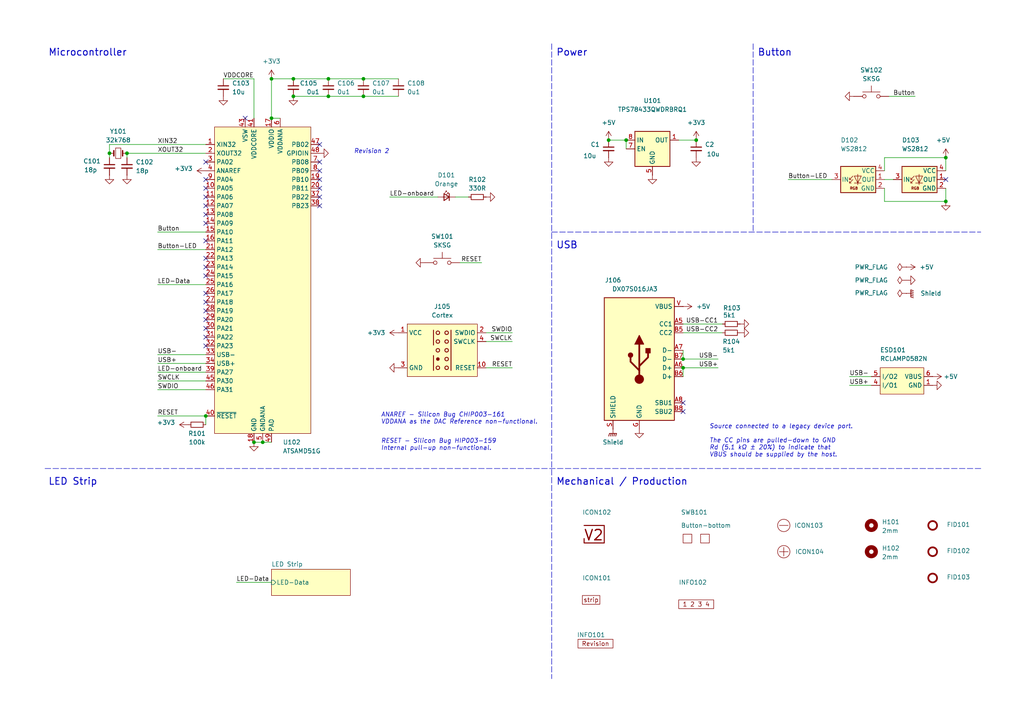
<source format=kicad_sch>
(kicad_sch (version 20250114) (generator "eeschema") (generator_version "9.0")
  (paper "A4")
  (title_block (title "V2 strip") (date "2026-02-11") (rev "2026-02-11") (company "Versio Duo") (comment 1 "WS2812 LED Strip Adapter"))
  (lib_symbols
    (symbol "V2_Artwork:Board_strip" (in_bom no)
      (property "Reference" "ICON" (at 0 2.54 0))
      (symbol "Board_strip_0_0"
        (rectangle (start -11.43 7.62) (end -11.43 7.62))
        (rectangle (start 2.54 -1.27) (end -2.54 1.27))
        (text "strip" (at 0 0 0) (effects (font (size 1.27 1.27))))
      )
    )
    (symbol "V2_Artwork:Minus" (in_bom no)
      (property "Reference" "ICON" (at -2.54 2.54 0))
      (symbol "Minus_0_1"
        (polyline (pts (xy -1.27 0) (xy 1.27 0)))
        (circle (center 0 0) (radius 1.7961))
      )
    )
    (symbol "V2_Artwork:Plus" (in_bom no)
      (property "Reference" "ICON" (at -2.54 2.54 0))
      (symbol "Plus_0_1"
        (polyline (pts (xy -1.27 0) (xy 1.27 0)))
        (polyline (pts (xy 0 1.27) (xy 0 -1.27)))
        (circle (center 0 0) (radius 1.7961))
      )
    )
    (symbol "V2_Artwork:V2-logo" (in_bom no)
      (property "Reference" "ICON" (at -3.302 3.81 0))
      (symbol "V2-logo_1_0"
        (polyline (pts (xy -3.302 2.54) (xy 2.54 2.54) (xy 2.54 -2.54) (xy -3.302 -2.54) (xy -3.302 -1.27)) (stroke (width 0.3)))
      )
      (symbol "V2-logo_1_1"
        (text "V2" (at -0.508 -0.254 0) (effects (font (size 3 3) (thickness 0.375))))
      )
    )
    (symbol "V2_Capacitor:0603_0u1" (pin_numbers (hide yes)) (pin_names (offset 0.254) (hide yes))
      (property "Reference" "C" (at 1.778 1.524 0))
      (property "Value" "0u1" (at 1.778 -2.032 0))
      (symbol "0603_0u1_0_1"
        (polyline (pts (xy -1.524 0.508) (xy 1.524 0.508)) (stroke (width 0.3048)))
        (polyline (pts (xy -1.524 -0.508) (xy 1.524 -0.508)) (stroke (width 0.3302)))
      )
      (symbol "0603_0u1_1_1"
        (pin passive line (at 0 2.54 270) (length 2.032) (name "~") (number "1"))
        (pin passive line (at 0 -2.54 90) (length 2.032) (name "~") (number "2"))
      )
    )
    (symbol "V2_Capacitor:0603_10u" (pin_numbers (hide yes)) (pin_names (offset 0.254) (hide yes))
      (property "Reference" "C" (at 1.524 1.778 0))
      (property "Value" "10u" (at 1.524 -2.032 0))
      (symbol "0603_10u_0_1"
        (polyline (pts (xy -1.524 0.508) (xy 1.524 0.508)) (stroke (width 0.3048)))
        (polyline (pts (xy -1.524 -0.508) (xy 1.524 -0.508)) (stroke (width 0.3302)))
      )
      (symbol "0603_10u_1_1"
        (pin passive line (at 0 2.54 270) (length 2.032) (name "~") (number "1"))
        (pin passive line (at 0 -2.54 90) (length 2.032) (name "~") (number "2"))
      )
    )
    (symbol "V2_Capacitor:0603_18p" (pin_numbers (hide yes)) (pin_names (offset 0.254) (hide yes))
      (property "Reference" "C" (at 1.524 1.778 0))
      (property "Value" "18p" (at 1.524 -2.032 0))
      (symbol "0603_18p_0_1"
        (polyline (pts (xy -1.524 0.508) (xy 1.524 0.508)) (stroke (width 0.3048)))
        (polyline (pts (xy -1.524 -0.508) (xy 1.524 -0.508)) (stroke (width 0.3302)))
      )
      (symbol "0603_18p_1_1"
        (pin passive line (at 0 2.54 270) (length 2.032) (name "~") (number "1"))
        (pin passive line (at 0 -2.54 90) (length 2.032) (name "~") (number "2"))
      )
    )
    (symbol "V2_Capacitor:0805_10u" (pin_numbers (hide yes)) (pin_names (offset 0.254) (hide yes))
      (property "Reference" "C" (at 1.524 1.778 0))
      (property "Value" "10u" (at 1.524 -2.032 0))
      (symbol "0805_10u_0_1"
        (polyline (pts (xy -1.524 0.508) (xy 1.524 0.508)) (stroke (width 0.3048)))
        (polyline (pts (xy -1.524 -0.508) (xy 1.524 -0.508)) (stroke (width 0.3302)))
      )
      (symbol "0805_10u_1_1"
        (pin passive line (at 0 2.54 270) (length 2.032) (name "~") (number "1"))
        (pin passive line (at 0 -2.54 90) (length 2.032) (name "~") (number "2"))
      )
    )
    (symbol "V2_Connector_Debug:Cortex" (in_bom no)
      (property "Reference" "J" (at -8.89 11.43 0))
      (property "Value" "Cortex" (at -8.89 8.89 0))
      (symbol "Cortex_1_0"
        (polyline (pts (xy -1.27 5.842) (xy -1.27 1.524)) (stroke (width 0.254)))
        (polyline (pts (xy -1.27 -1.524) (xy -1.27 -5.842)) (stroke (width 0.254)))
        (circle (center 0 5.08) (radius 0.508) (stroke (width 0.254)))
        (circle (center 0 2.54) (radius 0.508) (stroke (width 0.254)))
        (circle (center 0 0) (radius 0.508) (stroke (width 0.254)))
        (circle (center 0 -2.54) (radius 0.508) (stroke (width -0.0001)) (fill (type outline)))
        (circle (center 0 -5.08) (radius 0.508) (stroke (width 0.254)))
        (circle (center 2.54 5.08) (radius 0.508) (stroke (width 0.254)))
        (circle (center 2.54 2.54) (radius 0.508) (stroke (width 0.254)))
        (circle (center 2.54 0) (radius 0.508) (stroke (width 0.254)))
        (circle (center 2.54 -2.54) (radius 0.508) (stroke (width 0.254)))
        (circle (center 2.54 -5.08) (radius 0.508) (stroke (width 0.254)))
        (polyline (pts (xy 3.81 -5.842) (xy 3.81 5.842)) (stroke (width 0.254)))
        (pin power_in line (at -11.43 5.08 0) (length 2.54) (name "VCC") (number "1"))
        (pin power_in line (at -11.43 -5.08 0) (length 2.54) (name "GND") (number "3"))
        (pin passive line (at -11.43 -5.08 0) (length 2.54) (hide yes) (name "GND") (number "5"))
        (pin bidirectional line (at 13.97 5.08 180) (length 2.54) (name "SWDIO") (number "2"))
        (pin input line (at 13.97 2.54 180) (length 2.54) (name "SWCLK") (number "4"))
        (pin input line (at 13.97 -5.08 180) (length 2.54) (name "RESET") (number "10"))
      )
      (symbol "Cortex_1_1"
        (rectangle (start -8.89 7.62) (end 11.43 -7.62) (fill (type background)))
      )
    )
    (symbol "V2_Connector_USB:JAE_DX07S016JA3"
      (property "Reference" "J" (at -10.16 22.86 0))
      (property "Value" "DX07S016JA3" (at -10.16 20.5 0))
      (symbol "JAE_DX07S016JA3_0_1"
        (rectangle (start -10.16 17.78) (end 10.16 -17.78) (stroke (width 0.254)) (fill (type background)))
        (circle (center -2.54 1.143) (radius 0.635) (stroke (width 0.254)) (fill (type outline)))
        (polyline (pts (xy -1.27 4.318) (xy 0 6.858) (xy 1.27 4.318) (xy -1.27 4.318)) (stroke (width 0.254)) (fill (type outline)))
        (polyline (pts (xy 0 -2.032) (xy 2.54 0.508) (xy 2.54 1.778)) (stroke (width 0.508)))
        (polyline (pts (xy 0 -3.302) (xy -2.54 -0.762) (xy -2.54 0.508)) (stroke (width 0.508)))
        (polyline (pts (xy 0 -5.842) (xy 0 4.318)) (stroke (width 0.508)))
        (circle (center 0 -5.842) (radius 1.27) (fill (type outline)))
        (rectangle (start 1.905 1.778) (end 3.175 3.048) (stroke (width 0.254)) (fill (type outline)))
      )
      (symbol "JAE_DX07S016JA3_1_1"
        (pin passive line (at -7.62 -20.32 90) (length 2.54) (name "SHIELD") (number "S"))
        (pin passive line (at 0 -20.32 90) (length 2.54) (name "GND") (number "G"))
        (pin passive line (at 12.7 15.24 180) (length 2.54) (name "VBUS") (number "V"))
        (pin bidirectional line (at 12.7 10.16 180) (length 2.54) (name "CC1") (number "A5"))
        (pin bidirectional line (at 12.7 7.62 180) (length 2.54) (name "CC2") (number "B5"))
        (pin bidirectional line (at 12.7 2.54 180) (length 2.54) (name "D-") (number "A7"))
        (pin bidirectional line (at 12.7 0 180) (length 2.54) (name "D-") (number "B7"))
        (pin bidirectional line (at 12.7 -2.54 180) (length 2.54) (name "D+") (number "A6"))
        (pin bidirectional line (at 12.7 -5.08 180) (length 2.54) (name "D+") (number "B6"))
        (pin bidirectional line (at 12.7 -12.7 180) (length 2.54) (name "SBU1") (number "A8"))
        (pin bidirectional line (at 12.7 -15.24 180) (length 2.54) (name "SBU2") (number "B8"))
      )
    )
    (symbol "V2_Crystal:3.2x1.5_32k768" (pin_numbers (hide yes)) (pin_names (offset 1.016) (hide yes))
      (property "Reference" "Y" (at 0 2.54 0))
      (property "Value" "32k768" (at 0 -3.81 0))
      (symbol "3.2x1.5_32k768_0_1"
        (polyline (pts (xy -1.27 -0.762) (xy -1.27 0.762)) (stroke (width 0.381)))
        (rectangle (start -0.762 -1.524) (end 0.762 1.524))
        (polyline (pts (xy 1.27 -0.762) (xy 1.27 0.762)) (stroke (width 0.381)))
      )
      (symbol "3.2x1.5_32k768_1_1"
        (pin passive line (at -2.54 0 0) (length 1.27) (name "1") (number "1"))
        (pin passive line (at 2.54 0 180) (length 1.27) (name "2") (number "2"))
      )
    )
    (symbol "V2_ESD_Suppressor:RCLAMP0582N"
      (property "Reference" "ESD" (at -6.35 6.35 0))
      (property "Value" "RCLAMP0582N" (at -6.35 3.81 0))
      (symbol "RCLAMP0582N_0_1"
        (rectangle (start -6.35 2.54) (end 6.35 -5.08) (fill (type background)))
      )
      (symbol "RCLAMP0582N_1_0"
        (pin bidirectional line (at -8.89 0 0) (length 2.54) (name "I/O2") (number "5"))
        (pin bidirectional line (at -8.89 -2.54 0) (length 2.54) (name "I/O1") (number "4"))
        (pin no_connect line (at 2.54 -10.16 0) (length 2.54) (hide yes) (name "") (number "3"))
        (pin power_in line (at 8.89 0 180) (length 2.54) (name "VBUS") (number "6"))
        (pin power_in line (at 8.89 -2.54 180) (length 2.54) (name "GND") (number "1"))
      )
      (symbol "RCLAMP0582N_1_1"
        (pin no_connect line (at 2.54 -7.62 0) (length 2.54) (hide yes) (name "") (number "2"))
      )
    )
    (symbol "V2_LED:0603_Orange" (pin_numbers (hide yes)) (pin_names (offset 0.254) (hide yes))
      (property "Reference" "D" (at 0 5.588 0))
      (property "Value" "Orange" (at 0 3.556 0))
      (symbol "0603_Orange_0_1"
        (polyline (pts (xy -0.762 -1.016) (xy -0.762 1.016)) (stroke (width 0.254)))
        (polyline (pts (xy 0 0.762) (xy -0.508 1.27) (xy -0.254 1.27) (xy -0.508 1.27) (xy -0.508 1.016)))
        (polyline (pts (xy 0.508 1.27) (xy 0 1.778) (xy 0.254 1.778) (xy 0 1.778) (xy 0 1.524)))
        (polyline (pts (xy 0.762 -1.016) (xy -0.762 0) (xy 0.762 1.016) (xy 0.762 -1.016)) (stroke (width 0.254)))
        (polyline (pts (xy 1.016 0) (xy -0.762 0)))
      )
      (symbol "0603_Orange_1_1"
        (pin passive line (at -2.54 0 0) (length 1.778) (name "K") (number "1"))
        (pin passive line (at 2.54 0 180) (length 1.778) (name "A") (number "2"))
      )
    )
    (symbol "V2_LED:WS2812" (pin_names (offset 0.254))
      (property "Reference" "D3" (at 0 10.414 0))
      (property "Value" "WS2812" (at 0 7.874 0))
      (symbol "WS2812_0_0"
        (text "RGB" (at -1.27 -1.27 0) (effects (font (size 0.762 0.762))))
      )
      (symbol "WS2812_0_1"
        (rectangle (start -5.08 5.08) (end 5.08 -2.54) (stroke (width 0.254)) (fill (type background)))
        (polyline (pts (xy -2.54 1.27) (xy -2.032 1.27)))
        (polyline (pts (xy -2.54 0.254) (xy -2.032 0.254)))
        (polyline (pts (xy -1.524 2.286) (xy -2.54 1.27) (xy -2.54 1.778)))
        (polyline (pts (xy -1.524 1.27) (xy -2.54 0.254) (xy -2.54 0.762)))
        (polyline (pts (xy -0.127 2.794) (xy -0.127 0.254) (xy -0.127 -0.254)))
        (polyline (pts (xy 0.889 2.286) (xy -1.143 2.286) (xy -0.127 0.254) (xy 0.889 2.286)))
        (polyline (pts (xy 0.889 0.254) (xy -1.143 0.254)))
      )
      (symbol "WS2812_1_1"
        (pin input line (at -7.62 1.27 0) (length 2.54) (name "IN") (number "3"))
        (pin power_in line (at 7.62 3.81 180) (length 2.54) (name "VCC") (number "4"))
        (pin output line (at 7.62 1.27 180) (length 2.54) (name "OUT") (number "1"))
        (pin power_in line (at 7.62 -1.27 180) (length 2.54) (name "GND") (number "2"))
      )
    )
    (symbol "V2_MCU_Microchip_SAMD:ATSAMD51G"
      (property "Reference" "U" (at 8.8392 -47.2948 0))
      (property "Value" "ATSAMD51G" (at 13.8684 -51.8668 0))
      (symbol "ATSAMD51G_0_1"
        (rectangle (start -13.97 44.45) (end 13.97 -44.45) (fill (type background)))
      )
      (symbol "ATSAMD51G_1_1"
        (pin bidirectional line (at -16.51 39.37 0) (length 2.54) (name "PA00") (number "1") (alternate "XIN32" input line))
        (pin bidirectional line (at -16.51 36.83 0) (length 2.54) (name "PA01") (number "2") (alternate "XOUT32" output line))
        (pin bidirectional line (at -16.51 34.29 0) (length 2.54) (name "PA02") (number "3"))
        (pin bidirectional line (at -16.51 31.75 0) (length 2.54) (name "PA03") (number "4") (alternate "ANAREF" input line))
        (pin bidirectional line (at -16.51 29.21 0) (length 2.54) (name "PA04") (number "9"))
        (pin bidirectional line (at -16.51 26.67 0) (length 2.54) (name "PA05") (number "10"))
        (pin bidirectional line (at -16.51 24.13 0) (length 2.54) (name "PA06") (number "11"))
        (pin bidirectional line (at -16.51 21.59 0) (length 2.54) (name "PA07") (number "12"))
        (pin bidirectional line (at -16.51 19.05 0) (length 2.54) (name "PA08") (number "13"))
        (pin bidirectional line (at -16.51 16.51 0) (length 2.54) (name "PA09") (number "14"))
        (pin bidirectional line (at -16.51 13.97 0) (length 2.54) (name "PA10") (number "15"))
        (pin bidirectional line (at -16.51 11.43 0) (length 2.54) (name "PA11") (number "16"))
        (pin bidirectional line (at -16.51 8.89 0) (length 2.54) (name "PA12") (number "21"))
        (pin bidirectional line (at -16.51 6.35 0) (length 2.54) (name "PA13") (number "22"))
        (pin bidirectional line (at -16.51 3.81 0) (length 2.54) (name "PA14") (number "23"))
        (pin bidirectional line (at -16.51 1.27 0) (length 2.54) (name "PA15") (number "24"))
        (pin bidirectional line (at -16.51 -1.27 0) (length 2.54) (name "PA16") (number "25"))
        (pin bidirectional line (at -16.51 -3.81 0) (length 2.54) (name "PA17") (number "26"))
        (pin bidirectional line (at -16.51 -6.35 0) (length 2.54) (name "PA18") (number "27"))
        (pin bidirectional line (at -16.51 -8.89 0) (length 2.54) (name "PA19") (number "28"))
        (pin bidirectional line (at -16.51 -11.43 0) (length 2.54) (name "PA20") (number "29"))
        (pin bidirectional line (at -16.51 -13.97 0) (length 2.54) (name "PA21") (number "30"))
        (pin bidirectional line (at -16.51 -16.51 0) (length 2.54) (name "PA22") (number "31"))
        (pin bidirectional line (at -16.51 -19.05 0) (length 2.54) (name "PA23") (number "32"))
        (pin bidirectional line (at -16.51 -21.59 0) (length 2.54) (name "PA24") (number "33") (alternate "USB-" bidirectional line))
        (pin bidirectional line (at -16.51 -24.13 0) (length 2.54) (name "PA25") (number "34") (alternate "USB+" bidirectional line))
        (pin bidirectional line (at -16.51 -26.67 0) (length 2.54) (name "PA27") (number "39"))
        (pin bidirectional line (at -16.51 -29.21 0) (length 2.54) (name "PA30") (number "45"))
        (pin bidirectional line (at -16.51 -31.75 0) (length 2.54) (name "PA31") (number "46"))
        (pin input line (at -16.51 -39.37 0) (length 2.54) (name "~{RESET}") (number "40"))
        (pin power_in line (at -5.08 46.99 270) (length 2.54) (name "VSW") (number "43"))
        (pin power_out line (at -2.54 46.99 270) (length 2.54) (name "VDDCORE") (number "41"))
        (pin power_in line (at -2.54 -46.99 90) (length 2.54) (name "GND") (number "18"))
        (pin passive line (at -2.54 -46.99 90) (length 2.54) (hide yes) (name "GND") (number "35"))
        (pin passive line (at -2.54 -46.99 90) (length 2.54) (hide yes) (name "GND") (number "42"))
        (pin power_in line (at 0 -46.99 90) (length 2.54) (name "GNDANA") (number "5"))
        (pin power_in line (at 2.54 46.99 270) (length 2.54) (name "VDDIO") (number "17"))
        (pin passive line (at 2.54 46.99 270) (length 2.54) (hide yes) (name "VDDIO") (number "36"))
        (pin passive line (at 2.54 46.99 270) (length 2.54) (hide yes) (name "VDDIO") (number "44"))
        (pin power_in line (at 2.54 -46.99 90) (length 2.54) (name "PAD") (number "49"))
        (pin power_in line (at 5.08 46.99 270) (length 2.54) (name "VDDANA") (number "6"))
        (pin bidirectional line (at 16.51 39.37 180) (length 2.54) (name "PB02") (number "47"))
        (pin bidirectional line (at 16.51 36.83 180) (length 2.54) (name "PB03") (number "48") (alternate "GPIOIN" input line))
        (pin bidirectional line (at 16.51 34.29 180) (length 2.54) (name "PB08") (number "7"))
        (pin bidirectional line (at 16.51 31.75 180) (length 2.54) (name "PB09") (number "8"))
        (pin bidirectional line (at 16.51 29.21 180) (length 2.54) (name "PB10") (number "19"))
        (pin bidirectional line (at 16.51 26.67 180) (length 2.54) (name "PB11") (number "20"))
        (pin bidirectional line (at 16.51 24.13 180) (length 2.54) (name "PB22") (number "37"))
        (pin bidirectional line (at 16.51 21.59 180) (length 2.54) (name "PB23") (number "38"))
      )
    )
    (symbol "V2_Mechanical:Fiducial_Paste" (in_bom no)
      (property "Reference" "FID" (at 5.08 0 0))
      (symbol "Fiducial_Paste_0_1"
        (circle (center 0 0) (radius 1.27) (stroke (width 0.508)))
      )
    )
    (symbol "V2_Mechanical:MountingHole_2mm" (pin_names (offset 1.016)) (in_bom no)
      (property "Reference" "H" (at 0 5.08 0))
      (property "Value" "2mm" (at 0 3.175 0))
      (symbol "MountingHole_2mm_0_1"
        (circle (center 0 0) (radius 1.27) (stroke (width 1.27)))
      )
    )
    (symbol "V2_PCB_Devices:Button-bottom" (in_bom no)
      (property "Reference" "SWB1" (at -2.54 3.81 0))
      (property "Value" "Button-bottom" (at -6.35 -3.81 0))
      (symbol "Button-bottom_0_1"
        (rectangle (start -3.81 1.27) (end -1.27 -1.27))
        (rectangle (start 1.27 1.27) (end 3.81 -1.27))
      )
    )
    (symbol "V2_Production:Layer_Numbers" (in_bom no)
      (property "Reference" "INFO" (at 0 3.81 0))
      (symbol "Layer_Numbers_0_0"
        (text "1 2 3 4" (at 0 0 0) (effects (font (size 1.27 1.27))))
      )
      (symbol "Layer_Numbers_0_1"
        (rectangle (start -5.08 1.27) (end 5.08 -1.27))
      )
    )
    (symbol "V2_Production:Revision" (in_bom no)
      (property "Reference" "INFO" (at 0 2.54 0))
      (symbol "Revision_0_1"
        (rectangle (start -5.08 1.27) (end 5.08 -1.27))
      )
      (symbol "Revision_1_1"
        (text "Revision" (at 0 0 0) (effects (font (size 1.27 1.27))))
      )
    )
    (symbol "V2_Regulator_Linear:TPS78433QWDRBRQ1"
      (property "Reference" "U" (at -5.08 10.16 0))
      (property "Value" "TPS78433QWDRBRQ1" (at -5.08 7.62 0))
      (symbol "TPS78433QWDRBRQ1_0_1"
        (rectangle (start -5.08 -5.08) (end 5.08 5.08) (stroke (width 0.254)) (fill (type background)))
        (pin power_in line (at -7.62 2.54 0) (length 2.54) (name "IN") (number "8"))
        (pin input line (at -7.62 0 0) (length 2.54) (name "EN") (number "7"))
        (pin power_in line (at 0 -7.62 90) (length 2.54) (name "GND") (number "5"))
        (pin no_connect line (at 0 -19.05 180) (length 2.54) (hide yes) (name "") (number "2"))
        (pin no_connect line (at 0 -21.59 180) (length 2.54) (hide yes) (name "") (number "3"))
        (pin no_connect line (at 0 -24.13 180) (length 2.54) (hide yes) (name "") (number "4"))
        (pin no_connect line (at 0 -26.67 180) (length 2.54) (hide yes) (name "") (number "6"))
        (pin power_out line (at 7.62 2.54 180) (length 2.54) (name "OUT") (number "1"))
      )
      (symbol "TPS78433QWDRBRQ1_1_1"
        (pin passive line (at 0 -7.62 90) (length 2.54) (hide yes) (name "GND") (number "9"))
      )
    )
    (symbol "V2_Resistor:0603_100k" (pin_numbers (hide yes)) (pin_names (offset 0.254) (hide yes))
      (property "Reference" "R" (at 2.032 1.27 0))
      (property "Value" "100k" (at 3.81 -1.27 0))
      (symbol "0603_100k_0_1"
        (rectangle (start -0.762 1.778) (end 0.762 -1.778) (stroke (width 0.2032)))
      )
      (symbol "0603_100k_1_1"
        (pin passive line (at 0 2.54 270) (length 0.762) (name "~") (number "1"))
        (pin passive line (at 0 -2.54 90) (length 0.762) (name "~") (number "2"))
      )
    )
    (symbol "V2_Resistor:0603_330R" (pin_numbers (hide yes)) (pin_names (offset 0.254) (hide yes))
      (property "Reference" "R" (at 2.032 1.27 0))
      (property "Value" "330R" (at 4.064 -1.27 0))
      (symbol "0603_330R_0_1"
        (rectangle (start -0.762 1.778) (end 0.762 -1.778) (stroke (width 0.2032)))
      )
      (symbol "0603_330R_1_1"
        (pin passive line (at 0 2.54 270) (length 0.762) (name "~") (number "1"))
        (pin passive line (at 0 -2.54 90) (length 0.762) (name "~") (number "2"))
      )
    )
    (symbol "V2_Resistor:0603_5k1" (pin_numbers (hide yes)) (pin_names (offset 0.254) (hide yes))
      (property "Reference" "R" (at 2.032 1.27 0))
      (property "Value" "5k1" (at 3.302 -1.27 0))
      (symbol "0603_5k1_0_1"
        (rectangle (start -0.762 1.778) (end 0.762 -1.778) (stroke (width 0.2032)))
      )
      (symbol "0603_5k1_1_1"
        (pin passive line (at 0 2.54 270) (length 0.762) (name "~") (number "1"))
        (pin passive line (at 0 -2.54 90) (length 0.762) (name "~") (number "2"))
      )
    )
    (symbol "V2_Switch:SKSG" (pin_numbers (hide yes)) (pin_names (offset 1.016) (hide yes))
      (property "Reference" "SW" (at 0 7.62 0))
      (property "Value" "SKSG" (at 0 5.08 0))
      (symbol "SKSG_0_1"
        (circle (center -2.032 0) (radius 0.508))
        (polyline (pts (xy 0 1.27) (xy 0 3.048)))
        (circle (center 2.032 0) (radius 0.508))
        (polyline (pts (xy 2.54 1.27) (xy -2.54 1.27)))
        (pin passive line (at -5.08 0 0) (length 2.54) (name "1") (number "1"))
        (pin passive line (at 5.08 0 180) (length 2.54) (name "2") (number "2"))
      )
    )
    (symbol "V2_power:+3V3" (power) (pin_numbers (hide yes)) (pin_names (offset 0) (hide yes))
      (property "Value" "+3V3" (at 0 5.08 0))
      (symbol "+3V3_0_1"
        (polyline (pts (xy -0.762 1.27) (xy 0 2.54)))
        (polyline (pts (xy 0 2.54) (xy 0.762 1.27)))
        (polyline (pts (xy 0 0) (xy 0 2.54)))
      )
      (symbol "+3V3_1_1"
        (pin power_in line (at 0 0 90) (length 0) (name "~") (number "1"))
      )
    )
    (symbol "V2_power:+5V" (power) (pin_numbers (hide yes)) (pin_names (offset 0) (hide yes))
      (property "Value" "+5V" (at 0 5.08 0))
      (symbol "+5V_0_1"
        (polyline (pts (xy -0.762 1.27) (xy 0 2.54)))
        (polyline (pts (xy 0 2.54) (xy 0.762 1.27)))
        (polyline (pts (xy 0 0) (xy 0 2.54)))
      )
      (symbol "+5V_1_1"
        (pin power_in line (at 0 0 90) (length 0) (name "~") (number "1"))
      )
    )
    (symbol "V2_power:GND" (power) (pin_numbers (hide yes)) (pin_names (offset 0) (hide yes))
      (symbol "GND_0_1"
        (polyline (pts (xy 0 0) (xy 0 -1.27) (xy 1.27 -1.27) (xy 0 -2.54) (xy -1.27 -1.27) (xy 0 -1.27)))
      )
      (symbol "GND_1_1"
        (pin power_in line (at 0 0 270) (length 0) (name "~") (number "1"))
      )
    )
    (symbol "V2_power:PWR_FLAG" (power) (pin_numbers (hide yes)) (pin_names (offset 0) (hide yes))
      (property "Value" "PWR_FLAG" (at -8.89 0 0))
      (symbol "PWR_FLAG_0_0"
        (pin power_out line (at 0 0 180) (length 0) (name "~") (number "1"))
      )
      (symbol "PWR_FLAG_0_1"
        (polyline (pts (xy 0 0) (xy -1.27 0) (xy -1.905 -1.016) (xy -2.54 0) (xy -1.905 1.016) (xy -1.27 0)))
      )
    )
    (symbol "V2_power:Shield" (power) (pin_numbers (hide yes)) (pin_names (offset 0) (hide yes))
      (property "Value" "Shield" (at 0 -5.08 0))
      (symbol "Shield_0_1"
        (polyline (pts (xy -1.016 -1.27) (xy -1.27 -2.032) (xy -1.27 -2.032)) (stroke (width 0.2032)))
        (polyline (pts (xy -0.508 -1.27) (xy -0.762 -2.032) (xy -0.762 -2.032)) (stroke (width 0.2032)))
        (polyline (pts (xy 0 -1.27) (xy 0 0)))
        (polyline (pts (xy 0 -1.27) (xy -0.254 -2.032) (xy -0.254 -2.032)) (stroke (width 0.2032)))
        (polyline (pts (xy 0.508 -1.27) (xy 0.254 -2.032) (xy 0.254 -2.032)) (stroke (width 0.2032)))
        (polyline (pts (xy 1.016 -1.27) (xy -1.016 -1.27) (xy -1.016 -1.27)) (stroke (width 0.2032)))
        (polyline (pts (xy 1.016 -1.27) (xy 0.762 -2.032) (xy 0.762 -2.032) (xy 0.762 -2.032)) (stroke (width 0.2032)))
      )
      (symbol "Shield_1_1"
        (pin power_in line (at 0 0 270) (length 0) (name "~") (number "1"))
      )
    )
  )
  (text "ANAREF - ﻿Silicon Bug CHIP003-161\nVDDANA as the DAC Reference non-functional." (at 110.49 123.19 0) (effects (font (size 1.27 1.27) (italic yes)) (justify left bottom)))
  (text "RESET - ﻿Silicon Bug HIP003-159\nInternal pull-up non-functional." (at 110.49 130.81 0) (effects (font (size 1.27 1.27) (italic yes)) (justify left bottom)))
  (text "﻿Source connected to a legacy device port.\n\nThe CC pins are pulled-down to GND\nRd (5.1 kΩ ± 20%) to indicate that\nVBUS should be supplied by the host. " (at 205.74 132.715 0) (effects (font (size 1.27 1.27) (italic yes)) (justify left bottom)))
  (text "Button" (at 219.71 16.51 0) (effects (font (size 2 2) (thickness 0.254) (bold yes)) (justify left bottom)))
  (text "Revision 2" (at 102.6333 44.7318 0) (effects (font (size 1.27 1.27) (italic yes)) (justify left bottom)))
  (text "Power" (at 161.29 16.51 0) (effects (font (size 2 2) (thickness 0.254) (bold yes)) (justify left bottom)))
  (text "Mechanical / Production" (at 161.29 140.97 0) (effects (font (size 2 2) (thickness 0.254) (bold yes)) (justify left bottom)))
  (text "Microcontroller" (at 13.97 16.51 0) (effects (font (size 2 2) (thickness 0.254) (bold yes)) (justify left bottom)))
  (text "USB" (at 161.29 72.39 0) (effects (font (size 2 2) (thickness 0.254) (bold yes)) (justify left bottom)))
  (text "LED Strip" (at 13.97 140.97 0) (effects (font (size 2 2) (thickness 0.254) (bold yes)) (justify left bottom)))
  (junction (at 201.93 40.64))
  (junction (at 95.25 22.86))
  (junction (at 198.12 106.68))
  (junction (at 73.66 128.27))
  (junction (at 274.32 58.42))
  (junction (at 85.09 27.94))
  (junction (at 85.09 22.86))
  (junction (at 105.41 27.94))
  (junction (at 181.61 40.64))
  (junction (at 36.83 44.45))
  (junction (at 105.41 22.86))
  (junction (at 95.25 27.94))
  (junction (at 198.12 104.14))
  (junction (at 78.74 22.86))
  (junction (at 176.53 40.64))
  (junction (at 76.2 128.27))
  (junction (at 31.75 44.45))
  (junction (at 274.32 45.72))
  (junction (at 59.69 120.65))
  (junction (at 78.74 34.29))
  (no_connect (at 274.32 52.07))
  (no_connect (at 198.12 116.84))
  (no_connect (at 198.12 119.38))
  (no_connect (at 59.69 54.61))
  (no_connect (at 59.69 57.15))
  (no_connect (at 59.69 59.69))
  (no_connect (at 59.69 62.23))
  (no_connect (at 59.69 64.77))
  (no_connect (at 59.69 69.85))
  (no_connect (at 59.69 52.07))
  (no_connect (at 59.69 46.99))
  (no_connect (at 59.69 85.09))
  (no_connect (at 59.69 80.01))
  (no_connect (at 59.69 77.47))
  (no_connect (at 59.69 74.93))
  (no_connect (at 59.69 87.63))
  (no_connect (at 92.71 52.07))
  (no_connect (at 92.71 54.61))
  (no_connect (at 92.71 59.69))
  (no_connect (at 92.71 57.15))
  (no_connect (at 92.71 49.53))
  (no_connect (at 92.71 46.99))
  (no_connect (at 92.71 41.91))
  (no_connect (at 71.12 34.29))
  (no_connect (at 59.69 90.17))
  (no_connect (at 59.69 97.79))
  (no_connect (at 59.69 95.25))
  (no_connect (at 59.69 92.71))
  (no_connect (at 59.69 100.33))
  (wire (pts (xy 45.72 113.03) (xy 59.69 113.03)))
  (wire (pts (xy 135.89 57.15) (xy 132.08 57.15)))
  (wire (pts (xy 246.38 109.22) (xy 252.73 109.22)))
  (wire (pts (xy 256.54 49.53) (xy 256.54 45.72)))
  (wire (pts (xy 198.12 101.6) (xy 198.12 104.14)))
  (wire (pts (xy 256.54 52.07) (xy 259.08 52.07)))
  (wire (pts (xy 78.74 22.86) (xy 85.09 22.86)))
  (wire (pts (xy 45.72 82.55) (xy 59.69 82.55)))
  (wire (pts (xy 256.54 45.72) (xy 274.32 45.72)))
  (wire (pts (xy 198.12 96.52) (xy 209.55 96.52)))
  (polyline (pts (xy 284.48 135.89) (xy 12.7 135.89)) (stroke (width 0) (type dash)))
  (wire (pts (xy 31.75 44.45) (xy 31.75 45.72)))
  (wire (pts (xy 140.97 106.68) (xy 148.59 106.68)))
  (wire (pts (xy 181.61 40.64) (xy 181.61 43.18)))
  (wire (pts (xy 198.12 106.68) (xy 208.28 106.68)))
  (wire (pts (xy 45.72 72.39) (xy 59.69 72.39)))
  (wire (pts (xy 256.54 58.42) (xy 274.32 58.42)))
  (wire (pts (xy 73.66 22.86) (xy 73.66 34.29)))
  (wire (pts (xy 95.25 27.94) (xy 105.41 27.94)))
  (wire (pts (xy 73.66 128.27) (xy 76.2 128.27)))
  (wire (pts (xy 45.72 110.49) (xy 59.69 110.49)))
  (wire (pts (xy 198.12 104.14) (xy 208.28 104.14)))
  (wire (pts (xy 78.74 34.29) (xy 81.28 34.29)))
  (wire (pts (xy 76.2 128.27) (xy 78.74 128.27)))
  (wire (pts (xy 198.12 106.68) (xy 198.12 109.22)))
  (wire (pts (xy 45.72 102.87) (xy 59.69 102.87)))
  (wire (pts (xy 246.38 111.76) (xy 252.73 111.76)))
  (wire (pts (xy 113.03 57.15) (xy 127 57.15)))
  (wire (pts (xy 274.32 54.61) (xy 274.32 58.42)))
  (wire (pts (xy 140.97 96.52) (xy 148.59 96.52)))
  (wire (pts (xy 45.72 107.95) (xy 59.69 107.95)))
  (wire (pts (xy 196.85 40.64) (xy 201.93 40.64)))
  (wire (pts (xy 45.72 120.65) (xy 59.69 120.65)))
  (polyline (pts (xy 160.02 67.31) (xy 284.48 67.31)) (stroke (width 0) (type dash)))
  (wire (pts (xy 45.72 105.41) (xy 59.69 105.41)))
  (wire (pts (xy 228.6 52.07) (xy 241.3 52.07)))
  (wire (pts (xy 85.09 22.86) (xy 95.25 22.86)))
  (wire (pts (xy 85.09 27.94) (xy 95.25 27.94)))
  (wire (pts (xy 78.74 22.86) (xy 78.74 34.29)))
  (wire (pts (xy 68.58 168.91) (xy 78.74 168.91)))
  (wire (pts (xy 45.72 67.31) (xy 59.69 67.31)))
  (polyline (pts (xy 218.44 12.7) (xy 218.44 67.31)) (stroke (width 0) (type dash)))
  (wire (pts (xy 274.32 45.72) (xy 274.32 49.53)))
  (wire (pts (xy 256.54 54.61) (xy 256.54 58.42)))
  (wire (pts (xy 59.69 123.19) (xy 59.69 120.65)))
  (wire (pts (xy 105.41 22.86) (xy 115.57 22.86)))
  (wire (pts (xy 95.25 22.86) (xy 105.41 22.86)))
  (wire (pts (xy 64.77 22.86) (xy 73.66 22.86)))
  (wire (pts (xy 133.35 76.2) (xy 139.7 76.2)))
  (wire (pts (xy 59.69 41.91) (xy 31.75 41.91)))
  (wire (pts (xy 36.83 44.45) (xy 36.83 45.72)))
  (polyline (pts (xy 160.02 12.7) (xy 160.02 196.85)) (stroke (width 0) (type dash)))
  (wire (pts (xy 257.81 27.94) (xy 265.43 27.94)))
  (wire (pts (xy 198.12 93.98) (xy 209.55 93.98)))
  (wire (pts (xy 31.75 41.91) (xy 31.75 44.45)))
  (wire (pts (xy 59.69 44.45) (xy 36.83 44.45)))
  (wire (pts (xy 140.97 99.06) (xy 148.59 99.06)))
  (wire (pts (xy 105.41 27.94) (xy 115.57 27.94)))
  (wire (pts (xy 176.53 40.64) (xy 181.61 40.64)))
  (label "SWCLK" (at 148.59 99.06 180))
  (label "XIN32" (at 45.72 41.91 0))
  (label "LED-onboard" (at 113.03 57.15 0))
  (label "Button" (at 265.43 27.94 180))
  (label "LED-Data" (at 45.72 82.55 0))
  (label "Button-LED" (at 45.72 72.39 0))
  (label "USB-CC1" (at 208.28 93.98 180))
  (label "Button-LED" (at 228.6 52.07 0))
  (label "USB+" (at 45.72 105.41 0))
  (label "RESET" (at 45.72 120.65 0))
  (label "RESET" (at 148.59 106.68 180))
  (label "XOUT32" (at 45.72 44.45 0))
  (label "VDDCORE" (at 64.77 22.86 0))
  (label "RESET" (at 139.7 76.2 180))
  (label "USB-" (at 208.28 104.14 180))
  (label "LED-onboard" (at 45.72 107.95 0))
  (label "USB-" (at 45.72 102.87 0))
  (label "USB-CC2" (at 208.28 96.52 180))
  (label "USB+" (at 208.28 106.68 180))
  (label "LED-Data" (at 68.58 168.91 0))
  (label "SWCLK" (at 45.72 110.49 0))
  (label "SWDIO" (at 45.72 113.03 0))
  (label "Button" (at 45.72 67.31 0))
  (label "USB+" (at 246.38 111.76 0))
  (label "SWDIO" (at 148.59 96.52 180))
  (label "USB-" (at 246.38 109.22 0))
  (symbol (lib_id "V2_Resistor:0603_5k1") (at 212.09 93.98 90) (unit 1)
    (property "Reference" "R103" (at 214.8309 89.3354 90) (effects (justify left)))
    (property "Value" "5k1" (at 213.3599 91.44 90) (effects (justify left)))
    (property "Footprint" "V2_Resistor_SMD:R_0603" (effects (hide yes)))
    (property "Description" "Resistor, small symbol" (effects (hide yes)))
    (property "Mouser" "71-CRCW06035K10FKEAC" (effects (hide yes)))
    (property "Product" "CRCW06035K10FKEAC" (effects (hide yes)))
    (property "Manufacturer" "Vishay" (effects (hide yes)))
    (property "Rating" "100mW" (effects (hide yes)))
  )
  (symbol (lib_id "V2_Capacitor:0603_0u1") (at 115.57 25.4 0) (unit 1)
    (property "Reference" "C108" (at 118.11 24.1362 0) (effects (justify left)))
    (property "Value" "0u1" (at 118.11 26.6762 0) (effects (justify left)))
    (property "Footprint" "V2_Capacitor_SMD:C_0603" (effects (hide yes)))
    (property "Description" "Unpolarized capacitor, small symbol" (effects (hide yes)))
    (property "Mouser" "810-CGA3E2X7R1H104MA" (effects (hide yes)))
    (property "Manufacturer" "TDK" (effects (hide yes)))
    (property "Product" "CGA3E2X7R1H104M080AA" (effects (hide yes)))
    (property "Rating" "50V" (effects (hide yes)))
  )
  (symbol (lib_id "V2_power:GND") (at 274.32 58.42 0) (unit 1)
    (property "Reference" "#PWR134" (effects (hide yes)))
    (property "Value" "GND" (effects (hide yes)))
  )
  (symbol (lib_id "V2_ESD_Suppressor:RCLAMP0582N") (at 261.62 109.22 0) (unit 1)
    (property "Reference" "ESD101" (at 255.27 102.235 0) (effects (justify left bottom)))
    (property "Value" "RCLAMP0582N" (at 255.27 104.775 0) (effects (justify left bottom)))
    (property "Footprint" "V2_ESD_Suppressor:SLP1210N6" (effects (hide yes)))
    (property "Mouser" "947-RCLAMP0582N.TCT" (effects (hide yes)))
    (property "Product" "RCLAMP0582N.TCT" (effects (hide yes)))
    (property "Manufacturer" "Semtech" (effects (hide yes)))
  )
  (symbol (lib_id "V2_Artwork:Minus") (at 227.33 152.4 0) (unit 1) (in_bom no)
    (property "Reference" "ICON103" (at 230.378 152.3999 0) (effects (justify left)))
    (property "Value" "Minus" (effects (hide yes)))
    (property "Footprint" "V2_Artwork:Minus_Small" (effects (hide yes)))
    (property "Sim.Enable" "0" (effects (hide yes)))
  )
  (symbol (lib_id "V2_Production:Layer_Numbers") (at 201.93 175.26 0) (unit 1) (in_bom no)
    (property "Reference" "INFO102" (at 196.85 168.9099 0) (effects (justify left)))
    (property "Value" "Layer_Numbers" (effects (hide yes)))
    (property "Footprint" "V2_Production:Layer_Numbers" (effects (hide yes)))
  )
  (symbol (lib_id "V2_Switch:SKSG") (at 252.73 27.94 0) (unit 1)
    (property "Reference" "SW102" (at 252.73 20.32 0))
    (property "Value" "SKSG" (at 252.73 22.86 0))
    (property "Footprint" "V2_Button_Switch_SMD:SKSG" (effects (hide yes)))
    (property "Description" "Push button switch, generic, two pins" (effects (hide yes)))
    (property "Mouser" "688-SKSGACE010" (effects (hide yes)))
    (property "Manufacturer" "Alps Alpine" (effects (hide yes)))
    (property "Product" "SKSGACE010" (effects (hide yes)))
  )
  (symbol (lib_id "V2_power:GND") (at 92.71 44.45 90) (unit 1)
    (property "Reference" "#PWR113" (effects (hide yes)))
    (property "Value" "GND" (effects (hide yes)))
  )
  (symbol (lib_id "V2_power:GND") (at 214.63 96.52 90) (unit 1)
    (property "Reference" "#PWR126" (effects (hide yes)))
    (property "Value" "GND" (effects (hide yes)))
  )
  (symbol (lib_id "V2_power:GND") (at 214.63 93.98 90) (unit 1)
    (property "Reference" "#PWR125" (effects (hide yes)))
    (property "Value" "GND" (effects (hide yes)))
  )
  (symbol (lib_id "V2_power:GND") (at 73.66 128.27 0) (unit 1)
    (property "Reference" "#PWR110" (effects (hide yes)))
    (property "Value" "GND" (effects (hide yes)))
  )
  (symbol (lib_id "V2_power:+5V") (at 270.51 109.22 270) (unit 1)
    (property "Reference" "#PWR130" (effects (hide yes)))
    (property "Value" "+5V" (at 273.685 109.2199 90) (effects (justify left)))
  )
  (symbol (lib_id "V2_LED:0603_Orange") (at 129.54 57.15 0) (mirror y) (unit 1)
    (property "Reference" "D101" (at 129.4765 50.8 0))
    (property "Value" "Orange" (at 129.4765 53.34 0))
    (property "Footprint" "V2_LED:LED_0603" (effects (hide yes)))
    (property "Description" "Light emitting diode, small symbol" (effects (hide yes)))
    (property "Sim.Pins" "1=K 2=A" (effects (hide yes)))
    (property "Mouser" "755-SML-D12D1WT86" (effects (hide yes)))
    (property "Product" "SML-D12D1WT86" (effects (hide yes)))
    (property "Manufacturer" "ROHM Semiconductor " (effects (hide yes)))
  )
  (symbol (lib_id "V2_power:GND") (at 64.77 27.94 0) (unit 1)
    (property "Reference" "#PWR107" (effects (hide yes)))
    (property "Value" "GND" (effects (hide yes)))
  )
  (symbol (lib_id "V2_LED:WS2812") (at 248.92 53.34 0) (unit 1)
    (property "Reference" "D102" (at 246.38 40.64 0))
    (property "Value" "WS2812" (at 247.65 43.18 0))
    (property "Footprint" "V2_LED:WS2812-2020" (effects (hide yes)))
    (property "Description" "RGB LED with integrated controller" (effects (hide yes)))
    (property "Manufacturer" "Worldsemi" (effects (hide yes)))
    (property "Product" "WS2812B-2020" (effects (hide yes)))
    (property "LCSC" "C965555" (effects (hide yes)))
  )
  (symbol (lib_id "V2_PCB_Devices:Button-bottom") (at 201.93 156.21 0) (unit 1) (in_bom no)
    (property "Reference" "SWB101" (at 197.485 148.59 0) (effects (justify left)))
    (property "Value" "Button-bottom" (at 197.485 152.4 0) (effects (justify left)))
    (property "Footprint" "V2_PCB_Devices:PCB_Button-bottom" (effects (hide yes)))
    (property "Sim.Enable" "0" (effects (hide yes)))
  )
  (symbol (lib_id "V2_Mechanical:MountingHole_2mm") (at 252.73 152.4 0) (unit 1) (in_bom no)
    (property "Reference" "H101" (at 255.778 151.384 0) (effects (justify left)))
    (property "Value" "2mm" (at 255.778 153.924 0) (effects (justify left)))
    (property "Footprint" "V2_Mechanical:MountingHole_2mm" (effects (hide yes)))
    (property "Description" "Mounting Hole without connection" (effects (hide yes)))
  )
  (symbol (lib_id "V2_power:+3V3") (at 78.74 22.86 0) (unit 1)
    (property "Reference" "#PWR111" (effects (hide yes)))
    (property "Value" "+3V3" (at 78.74 17.78 0))
  )
  (symbol (lib_id "V2_power:+5V") (at 274.32 45.72 0) (unit 1)
    (property "Reference" "#PWR133" (effects (hide yes)))
    (property "Value" "+5V" (at 275.59 40.6399 0) (effects (justify right)))
  )
  (symbol (lib_id "V2_power:Shield") (at 177.8 124.46 0) (unit 1)
    (property "Reference" "#PWR118" (effects (hide yes)))
    (property "Value" "Shield" (at 177.8 128.27 0))
  )
  (symbol (lib_id "V2_power:+3V3") (at 54.61 123.19 90) (unit 1)
    (property "Reference" "#PWR105" (effects (hide yes)))
    (property "Value" "+3V3" (at 50.8 122.5549 90) (effects (justify left)))
  )
  (symbol (lib_id "V2_Regulator_Linear:TPS78433QWDRBRQ1") (at 189.23 43.18 0) (unit 1)
    (property "Reference" "U101" (at 189.23 29.21 0))
    (property "Value" "TPS78433QWDRBRQ1" (at 189.23 31.75 0))
    (property "Footprint" "V2_Package_SON:VSON-8-1_3x3mm_P0.65_EP1.65x2.4mm" (effects (hide yes)))
    (property "Datasheet" "https://www.ti.com/product/TPS784-Q1" (effects (hide yes)))
    (property "Mouser" "595-TPS78433QWDRBRQ1" (effects (hide yes)))
    (property "Manufacturer" "Texas Instruments" (effects (hide yes)))
    (property "Product" "TPS78433QWDRBRQ1" (effects (hide yes)))
  )
  (symbol (lib_id "V2_Connector_Debug:Cortex") (at 127 101.6 0) (unit 1) (in_bom no)
    (property "Reference" "J105" (at 128.27 88.9 0))
    (property "Value" "Cortex" (at 128.27 91.44 0))
    (property "Footprint" "V2_Connector_Debug:Cortex" (effects (hide yes)))
  )
  (symbol (lib_id "V2_power:GND") (at 31.75 50.8 0) (unit 1)
    (property "Reference" "#PWR101" (effects (hide yes)))
    (property "Value" "GND" (effects (hide yes)))
  )
  (symbol (lib_id "V2_power:GND") (at 115.57 106.68 270) (unit 1)
    (property "Reference" "#PWR115" (effects (hide yes)))
    (property "Value" "GND" (effects (hide yes)))
  )
  (symbol (lib_id "V2_LED:WS2812") (at 266.7 53.34 0) (unit 1)
    (property "Reference" "D103" (at 264.16 40.64 0))
    (property "Value" "WS2812" (at 265.43 43.18 0))
    (property "Footprint" "V2_LED:WS2812-2020" (effects (hide yes)))
    (property "Description" "RGB LED with integrated controller" (effects (hide yes)))
    (property "Manufacturer" "Worldsemi" (effects (hide yes)))
    (property "Product" "WS2812B-2020" (effects (hide yes)))
    (property "LCSC" "C965555" (effects (hide yes)))
  )
  (symbol (lib_id "V2_power:GND") (at 185.42 124.46 0) (unit 1)
    (property "Reference" "#PWR120" (effects (hide yes)))
    (property "Value" "GND" (effects (hide yes)))
  )
  (symbol (lib_id "V2_power:+3V3") (at 59.69 49.53 90) (unit 1)
    (property "Reference" "#PWR106" (effects (hide yes)))
    (property "Value" "+3V3" (at 55.88 48.8949 90) (effects (justify left)))
  )
  (symbol (lib_id "V2_power:GND") (at 85.09 27.94 0) (unit 1)
    (property "Reference" "#PWR112" (effects (hide yes)))
    (property "Value" "GND" (effects (hide yes)))
  )
  (symbol (lib_id "V2_power:GND") (at 36.83 50.8 0) (unit 1)
    (property "Reference" "#PWR102" (effects (hide yes)))
    (property "Value" "GND" (effects (hide yes)))
  )
  (symbol (lib_id "V2_Capacitor:0805_10u") (at 176.53 43.18 0) (unit 1)
    (property "Reference" "C1" (at 173.99 41.91 0) (effects (justify right)))
    (property "Value" "10u" (at 169.164 45.212 0) (effects (justify left)))
    (property "Footprint" "V2_Capacitor_SMD:C_0805" (effects (hide yes)))
    (property "Description" "Unpolarized capacitor, small symbol" (effects (hide yes)))
    (property "Mouser" "810-C2012X5R1E106K" (effects (hide yes)))
    (property "Rating" "25V" (effects (hide yes)))
    (property "Product" "C2012X5R1E106K125AB" (effects (hide yes)))
    (property "Manufacturer" "TDK" (effects (hide yes)))
  )
  (symbol (lib_id "V2_power:GND") (at 247.65 27.94 270) (unit 1)
    (property "Reference" "#PWR127" (effects (hide yes)))
    (property "Value" "GND" (effects (hide yes)))
  )
  (symbol (lib_id "V2_Production:Revision") (at 172.72 186.69 0) (unit 1) (in_bom no)
    (property "Reference" "INFO101" (at 171.45 184.15 0))
    (property "Footprint" "V2_Production:Revision" (effects (hide yes)))
  )
  (symbol (lib_id "V2_power:+3V3") (at 115.57 96.52 90) (unit 1)
    (property "Reference" "#PWR114" (effects (hide yes)))
    (property "Value" "+3V3" (at 111.76 96.5199 90) (effects (justify left)))
  )
  (symbol (lib_id "V2_power:PWR_FLAG") (at 262.89 85.09 0) (unit 1)
    (property "Reference" "#FLG101" (effects (hide yes)))
    (property "Value" "PWR_FLAG" (at 252.73 84.963 0))
    (property "Description" "Special symbol for telling ERC where power comes from" (effects (hide yes)))
  )
  (symbol (lib_id "V2_Crystal:3.2x1.5_32k768") (at 34.29 44.45 0) (unit 1)
    (property "Reference" "Y101" (at 34.29 38.1 0))
    (property "Value" "32k768" (at 34.29 40.64 0))
    (property "Footprint" "V2_Crystal:Crystal_SMD_3215-2Pin_3.2x1.5mm" (effects (hide yes)))
    (property "Description" "Two pin crystal, small symbol" (effects (hide yes)))
    (property "Mouser" "815-ABS0716632.768KT" (effects (hide yes)))
    (property "Product" "ABS07-166-32.768KHZ-T" (effects (hide yes)))
    (property "Manufacturer" "ABRACON" (effects (hide yes)))
  )
  (symbol (lib_id "V2_Capacitor:0603_18p") (at 36.83 48.26 0) (unit 1)
    (property "Reference" "C102" (at 39.37 46.9962 0) (effects (justify left)))
    (property "Value" "18p" (at 39.37 49.5362 0) (effects (justify left)))
    (property "Footprint" "V2_Capacitor_SMD:C_0603" (effects (hide yes)))
    (property "Description" "Unpolarized capacitor, small symbol" (effects (hide yes)))
    (property "Mouser" "603-CC603JRNPO9BN180" (effects (hide yes)))
    (property "Product" "CC0603JRNPO9BN180" (effects (hide yes)))
    (property "Manufacturer" "YAGEO" (effects (hide yes)))
  )
  (symbol (lib_id "V2_Capacitor:0603_10u") (at 64.77 25.4 0) (unit 1)
    (property "Reference" "C103" (at 67.31 24.1362 0) (effects (justify left)))
    (property "Value" "10u" (at 67.31 26.6762 0) (effects (justify left)))
    (property "Footprint" "V2_Capacitor_SMD:C_0603" (effects (hide yes)))
    (property "Description" "Unpolarized capacitor, small symbol" (effects (hide yes)))
    (property "Mouser" "810-C1608X6S1A106M" (effects (hide yes)))
    (property "Product" "C1608X6S1A106M080AC" (effects (hide yes)))
    (property "Manufacturer" "TDK" (effects (hide yes)))
    (property "Rating" "10V" (effects (hide yes)))
  )
  (symbol (lib_id "V2_power:+5V") (at 198.12 88.9 270) (unit 1)
    (property "Reference" "#PWR123" (effects (hide yes)))
    (property "Value" "+5V" (at 201.93 88.8999 90) (effects (justify left)))
  )
  (symbol (lib_id "V2_power:GND") (at 262.89 81.28 90) (unit 1)
    (property "Reference" "#PWR2" (effects (hide yes)))
    (property "Value" "GND" (effects (hide yes)))
  )
  (symbol (lib_id "V2_Mechanical:Fiducial_Paste") (at 270.51 152.4 0) (unit 1) (in_bom no)
    (property "Reference" "FID101" (at 274.574 152.146 0) (effects (justify left)))
    (property "Value" "Fiducial_Paste" (effects (hide yes)))
    (property "Footprint" "V2_Fiducial:Fiducial_0.5mm_Mask1mm_Paste" (effects (hide yes)))
    (property "Description" "Fiducial Marker" (effects (hide yes)))
  )
  (symbol (lib_id "V2_Capacitor:0603_18p") (at 31.75 48.26 0) (unit 1)
    (property "Reference" "C101" (at 24.13 46.7422 0) (effects (justify left)))
    (property "Value" "18p" (at 24.384 49.2822 0) (effects (justify left)))
    (property "Footprint" "V2_Capacitor_SMD:C_0603" (effects (hide yes)))
    (property "Description" "Unpolarized capacitor, small symbol" (effects (hide yes)))
    (property "Mouser" "603-CC603JRNPO9BN180" (effects (hide yes)))
    (property "Product" "CC0603JRNPO9BN180" (effects (hide yes)))
    (property "Manufacturer" "YAGEO" (effects (hide yes)))
  )
  (symbol (lib_id "V2_power:+3V3") (at 201.93 40.64 0) (unit 1)
    (property "Reference" "#PWR7" (effects (hide yes)))
    (property "Value" "+3V3" (at 201.93 35.56 0))
  )
  (symbol (lib_id "V2_power:GND") (at 140.97 57.15 90) (unit 1)
    (property "Reference" "#PWR117" (effects (hide yes)))
    (property "Value" "GND" (effects (hide yes)))
  )
  (symbol (lib_id "V2_Resistor:0603_330R") (at 138.43 57.15 90) (unit 1)
    (property "Reference" "R102" (at 138.43 52.07 90))
    (property "Value" "330R" (at 138.43 54.61 90))
    (property "Footprint" "V2_Resistor_SMD:R_0603" (effects (hide yes)))
    (property "Description" "Resistor, small symbol" (effects (hide yes)))
    (property "Mouser" "71-CRCW0603330RFKEAC" (effects (hide yes)))
    (property "Product" "CRCW0603330RFKEAC" (effects (hide yes)))
    (property "Manufacturer" "Vishay" (effects (hide yes)))
    (property "Rating" "100mW" (effects (hide yes)))
  )
  (symbol (lib_id "V2_power:GND") (at 270.51 111.76 90) (unit 1)
    (property "Reference" "#PWR131" (effects (hide yes)))
    (property "Value" "GND" (effects (hide yes)))
  )
  (symbol (lib_id "V2_power:GND") (at 176.53 45.72 0) (unit 1)
    (property "Reference" "#PWR5" (effects (hide yes)))
    (property "Value" "GND" (effects (hide yes)))
  )
  (symbol (lib_id "V2_Capacitor:0603_0u1") (at 105.41 25.4 0) (unit 1)
    (property "Reference" "C107" (at 107.95 24.1362 0) (effects (justify left)))
    (property "Value" "0u1" (at 107.95 26.6762 0) (effects (justify left)))
    (property "Footprint" "V2_Capacitor_SMD:C_0603" (effects (hide yes)))
    (property "Description" "Unpolarized capacitor, small symbol" (effects (hide yes)))
    (property "Mouser" "810-CGA3E2X7R1H104MA" (effects (hide yes)))
    (property "Manufacturer" "TDK" (effects (hide yes)))
    (property "Product" "CGA3E2X7R1H104M080AA" (effects (hide yes)))
    (property "Rating" "50V" (effects (hide yes)))
  )
  (symbol (lib_id "V2_power:Shield") (at 262.89 85.09 90) (unit 1)
    (property "Reference" "#PWR3" (effects (hide yes)))
    (property "Value" "Shield" (at 270.002 85.09 90))
  )
  (symbol (lib_id "V2_power:PWR_FLAG") (at 262.89 81.28 0) (unit 1)
    (property "Reference" "#FLG102" (effects (hide yes)))
    (property "Value" "PWR_FLAG" (at 252.73 81.28 0))
    (property "Description" "Special symbol for telling ERC where power comes from" (effects (hide yes)))
  )
  (symbol (lib_id "V2_Capacitor:0805_10u") (at 201.93 43.18 0) (unit 1)
    (property "Reference" "C2" (at 204.47 41.91 0) (effects (justify left)))
    (property "Value" "10u" (at 204.978 44.704 0) (effects (justify left)))
    (property "Footprint" "V2_Capacitor_SMD:C_0805" (effects (hide yes)))
    (property "Description" "Unpolarized capacitor, small symbol" (effects (hide yes)))
    (property "Mouser" "810-C2012X5R1E106K" (effects (hide yes)))
    (property "Rating" "25V" (effects (hide yes)))
    (property "Product" "C2012X5R1E106K125AB" (effects (hide yes)))
    (property "Manufacturer" "TDK" (effects (hide yes)))
  )
  (symbol (lib_id "V2_power:+5V") (at 176.53 40.64 0) (unit 1)
    (property "Reference" "#PWR4" (effects (hide yes)))
    (property "Value" "+5V" (at 176.53 35.56 0))
  )
  (symbol (lib_id "V2_Capacitor:0603_0u1") (at 85.09 25.4 0) (unit 1)
    (property "Reference" "C105" (at 92.075 24.13 0) (effects (justify right)))
    (property "Value" "0u1" (at 92.71 26.67 0) (effects (justify right)))
    (property "Footprint" "V2_Capacitor_SMD:C_0603" (effects (hide yes)))
    (property "Description" "Unpolarized capacitor, small symbol" (effects (hide yes)))
    (property "Mouser" "810-CGA3E2X7R1H104MA" (effects (hide yes)))
    (property "Manufacturer" "TDK" (effects (hide yes)))
    (property "Product" "CGA3E2X7R1H104M080AA" (effects (hide yes)))
    (property "Rating" "50V" (effects (hide yes)))
  )
  (symbol (lib_id "V2_power:GND") (at 189.23 50.8 0) (unit 1)
    (property "Reference" "#PWR6" (effects (hide yes)))
    (property "Value" "GND" (effects (hide yes)))
  )
  (symbol (lib_id "V2_Mechanical:Fiducial_Paste") (at 270.51 160.02 0) (unit 1) (in_bom no)
    (property "Reference" "FID102" (at 274.574 159.766 0) (effects (justify left)))
    (property "Value" "Fiducial_Paste" (effects (hide yes)))
    (property "Footprint" "V2_Fiducial:Fiducial_0.5mm_Mask1mm_Paste" (effects (hide yes)))
    (property "Description" "Fiducial Marker" (effects (hide yes)))
  )
  (symbol (lib_id "V2_Resistor:0603_5k1") (at 212.09 96.52 90) (unit 1)
    (property "Reference" "R104" (at 209.5499 99.06 90) (effects (justify right)))
    (property "Value" "5k1" (at 209.5499 101.6 90) (effects (justify right)))
    (property "Footprint" "V2_Resistor_SMD:R_0603" (effects (hide yes)))
    (property "Description" "Resistor, small symbol" (effects (hide yes)))
    (property "Mouser" "71-CRCW06035K10FKEAC" (effects (hide yes)))
    (property "Product" "CRCW06035K10FKEAC" (effects (hide yes)))
    (property "Manufacturer" "Vishay" (effects (hide yes)))
    (property "Rating" "100mW" (effects (hide yes)))
  )
  (symbol (lib_id "V2_Switch:SKSG") (at 128.27 76.2 0) (unit 1)
    (property "Reference" "SW101" (at 128.27 68.58 0))
    (property "Value" "SKSG" (at 128.27 71.12 0))
    (property "Footprint" "V2_Button_Switch_SMD:SKSG" (effects (hide yes)))
    (property "Description" "Push button switch, generic, two pins" (effects (hide yes)))
    (property "Mouser" "688-SKSGACE010" (effects (hide yes)))
    (property "Manufacturer" "Alps Alpine" (effects (hide yes)))
    (property "Product" "SKSGACE010" (effects (hide yes)))
  )
  (symbol (lib_id "V2_Artwork:Board_strip") (at 171.45 173.99 0) (unit 1) (in_bom no)
    (property "Reference" "ICON101" (at 168.91 167.64 0) (effects (justify left)))
    (property "Value" "Board_strip" (effects (hide yes)))
    (property "Footprint" "V2_Artwork:Board_strip_Small" (effects (hide yes)))
    (property "Sim.Enable" "0" (effects (hide yes)))
  )
  (symbol (lib_id "V2_Connector_USB:JAE_DX07S016JA3") (at 185.42 104.14 0) (unit 1)
    (property "Reference" "J106" (at 177.8 81.28 0))
    (property "Value" "DX07S016JA3" (at 184.15 83.82 0))
    (property "Footprint" "V2_Connector_USB:JAE_DX07S016JA3" (effects (hide yes)))
    (property "Mouser" "656-DX07S016JA3R1500" (effects (hide yes)))
    (property "Product" "DX07S016JA3R1500" (effects (hide yes)))
    (property "Manufacturer" "JAE Electronics" (effects (hide yes)))
  )
  (symbol (lib_id "V2_power:PWR_FLAG") (at 262.89 77.47 0) (unit 1)
    (property "Reference" "#FLG103" (effects (hide yes)))
    (property "Value" "PWR_FLAG" (at 252.73 77.47 0))
    (property "Description" "Special symbol for telling ERC where power comes from" (effects (hide yes)))
  )
  (symbol (lib_id "V2_power:GND") (at 123.19 76.2 270) (unit 1)
    (property "Reference" "#PWR116" (effects (hide yes)))
    (property "Value" "GND" (effects (hide yes)))
  )
  (symbol (lib_id "V2_Mechanical:MountingHole_2mm") (at 252.73 160.02 0) (unit 1) (in_bom no)
    (property "Reference" "H102" (at 255.778 159.004 0) (effects (justify left)))
    (property "Value" "2mm" (at 255.778 161.544 0) (effects (justify left)))
    (property "Footprint" "V2_Mechanical:MountingHole_2mm" (effects (hide yes)))
    (property "Description" "Mounting Hole without connection" (effects (hide yes)))
  )
  (symbol (lib_id "V2_Capacitor:0603_0u1") (at 95.25 25.4 0) (unit 1)
    (property "Reference" "C106" (at 97.79 24.1362 0) (effects (justify left)))
    (property "Value" "0u1" (at 97.79 26.6762 0) (effects (justify left)))
    (property "Footprint" "V2_Capacitor_SMD:C_0603" (effects (hide yes)))
    (property "Description" "Unpolarized capacitor, small symbol" (effects (hide yes)))
    (property "Mouser" "810-CGA3E2X7R1H104MA" (effects (hide yes)))
    (property "Manufacturer" "TDK" (effects (hide yes)))
    (property "Product" "CGA3E2X7R1H104M080AA" (effects (hide yes)))
    (property "Rating" "50V" (effects (hide yes)))
  )
  (symbol (lib_id "V2_power:+5V") (at 262.89 77.47 270) (unit 1)
    (property "Reference" "#PWR1" (effects (hide yes)))
    (property "Value" "+5V" (at 266.7 77.4699 90) (effects (justify left)))
  )
  (symbol (lib_id "V2_Mechanical:Fiducial_Paste") (at 270.51 167.64 0) (unit 1) (in_bom no)
    (property "Reference" "FID103" (at 274.574 167.386 0) (effects (justify left)))
    (property "Value" "Fiducial_Paste" (effects (hide yes)))
    (property "Footprint" "V2_Fiducial:Fiducial_0.5mm_Mask1mm_Paste" (effects (hide yes)))
    (property "Description" "Fiducial Marker" (effects (hide yes)))
  )
  (symbol (lib_id "V2_MCU_Microchip_SAMD:ATSAMD51G") (at 76.2 81.28 0) (unit 1)
    (property "Reference" "U102" (at 82.0294 128.27 0) (effects (justify left)))
    (property "Value" "ATSAMD51G" (at 82.0294 130.81 0) (effects (justify left)))
    (property "Footprint" "V2_Package_DFN_QFN:QFN-48-1EP_7x7mm_P0.5mm_EP5.45x5.45mm_ThermalVias" (effects (hide yes)))
    (property "Mouser" "556-ATSAMD51G19AMU" (effects (hide yes)))
    (property "Manufacturer" "Microchip Technology" (effects (hide yes)))
    (property "Product" "ATSAMD51G19A-MU" (effects (hide yes)))
    (pin "1" (alternate "XIN32"))
    (pin "2" (alternate "XOUT32"))
    (pin "33" (alternate "USB-"))
    (pin "34" (alternate "USB+"))
    (pin "4" (alternate "ANAREF"))
    (pin "48" (alternate "GPIOIN"))
  )
  (symbol (lib_id "V2_Artwork:Plus") (at 227.33 160.02 0) (unit 1) (in_bom no)
    (property "Reference" "ICON104" (at 230.632 160.0199 0) (effects (justify left)))
    (property "Value" "Plus" (effects (hide yes)))
    (property "Footprint" "V2_Artwork:Plus_Small" (effects (hide yes)))
    (property "Sim.Enable" "0" (effects (hide yes)))
  )
  (symbol (lib_id "V2_power:GND") (at 201.93 45.72 0) (unit 1)
    (property "Reference" "#PWR108" (effects (hide yes)))
    (property "Value" "GND" (effects (hide yes)))
  )
  (symbol (lib_id "V2_Resistor:0603_100k") (at 57.15 123.19 90) (unit 1)
    (property "Reference" "R101" (at 57.15 125.73 90))
    (property "Value" "100k" (at 57.15 128.27 90))
    (property "Footprint" "V2_Resistor_SMD:R_0603" (effects (hide yes)))
    (property "Description" "Resistor, small symbol" (effects (hide yes)))
    (property "Mouser" "71-CRCW0603100KFKEAC" (effects (hide yes)))
    (property "Rating" "100mW" (effects (hide yes)))
    (property "Manufacturer" "Vishay" (effects (hide yes)))
    (property "Product" "CRCW0603100KFKEAC" (effects (hide yes)))
  )
  (symbol (lib_id "V2_Artwork:V2-logo") (at 172.72 154.94 0) (unit 1) (in_bom no)
    (property "Reference" "ICON102" (at 168.91 148.59 0) (effects (justify left)))
    (property "Value" "V2-logo" (effects (hide yes)))
    (property "Footprint" "V2_Artwork:Logo_Small" (effects (hide yes)))
  )
  (sheet (at 78.74 165.1) (size 22.86 7.62) (stroke (width 0.1524)) (fill (color 255 255 194 1.0000))
    (property "Sheetname" "LED Strip" (at 78.74 164.3884 0) (effects (justify left bottom)))
    (property "Sheetfile" "LEDStrip.kicad_sch" (effects (hide yes)))
    (pin "LED-Data" input (at 78.74 168.91 180))
  )
)
</source>
